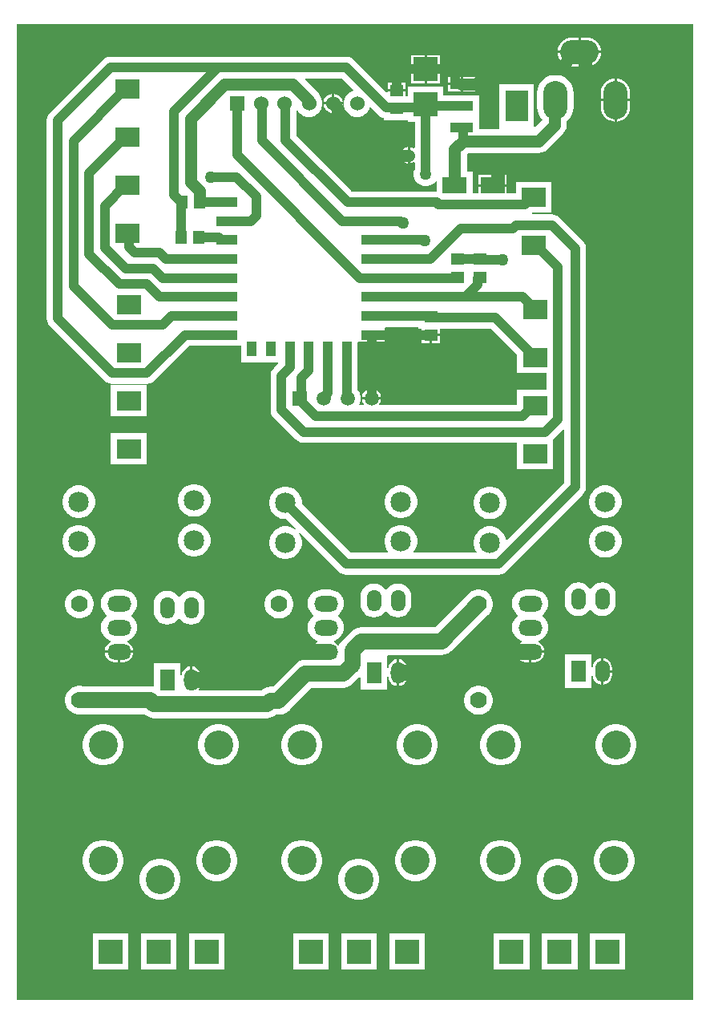
<source format=gtl>
G04*
G04 #@! TF.GenerationSoftware,Altium Limited,Altium Designer,24.3.1 (35)*
G04*
G04 Layer_Physical_Order=1*
G04 Layer_Color=255*
%FSAX25Y25*%
%MOIN*%
G70*
G04*
G04 #@! TF.SameCoordinates,734BC349-05AC-4729-8693-C9A60C11ED16*
G04*
G04*
G04 #@! TF.FilePolarity,Positive*
G04*
G01*
G75*
%ADD18R,0.09843X0.06693*%
%ADD19R,0.05512X0.04724*%
%ADD20R,0.04724X0.05512*%
%ADD21R,0.09449X0.12992*%
%ADD22R,0.09449X0.03937*%
%ADD23R,0.09843X0.09843*%
%ADD24R,0.03937X0.05906*%
%ADD25R,0.08858X0.03937*%
%ADD26C,0.04000*%
%ADD27C,0.06500*%
%ADD28C,0.05000*%
%ADD29C,0.05906*%
%ADD30R,0.05906X0.05906*%
%ADD31C,0.12000*%
%ADD32O,0.10000X0.06600*%
%ADD33R,0.09843X0.07874*%
%ADD34C,0.06000*%
%ADD35R,0.06000X0.06000*%
%ADD36C,0.07000*%
%ADD37C,0.08500*%
%ADD38R,0.06000X0.09000*%
%ADD39O,0.06000X0.09000*%
%ADD40R,0.09843X0.09843*%
%ADD41O,0.16000X0.10000*%
%ADD42O,0.10000X0.16000*%
%ADD43C,0.05000*%
G36*
X0284474Y0404500D02*
Y0003026D01*
X0003026D01*
X0003026Y0408474D01*
X0284474D01*
Y0404500D01*
D02*
G37*
%LPC*%
G36*
X0240000Y0403029D02*
X0237500D01*
Y0397500D01*
X0245980D01*
X0245913Y0398176D01*
X0245570Y0399307D01*
X0245013Y0400350D01*
X0244263Y0401263D01*
X0243350Y0402013D01*
X0242307Y0402570D01*
X0241176Y0402913D01*
X0240000Y0403029D01*
D02*
G37*
G36*
X0236500D02*
X0234000D01*
X0232824Y0402913D01*
X0231693Y0402570D01*
X0230650Y0402013D01*
X0229737Y0401263D01*
X0228987Y0400350D01*
X0228430Y0399307D01*
X0228087Y0398176D01*
X0228020Y0397500D01*
X0236500D01*
Y0403029D01*
D02*
G37*
G36*
X0245980Y0396500D02*
X0237500D01*
Y0390971D01*
X0240000D01*
X0241176Y0391087D01*
X0242307Y0391430D01*
X0243350Y0391987D01*
X0244263Y0392737D01*
X0245013Y0393651D01*
X0245570Y0394693D01*
X0245913Y0395824D01*
X0245980Y0396500D01*
D02*
G37*
G36*
X0236500D02*
X0228020D01*
X0228087Y0395824D01*
X0228430Y0394693D01*
X0228987Y0393651D01*
X0229737Y0392737D01*
X0230650Y0391987D01*
X0231693Y0391430D01*
X0232824Y0391087D01*
X0234000Y0390971D01*
X0236500D01*
Y0396500D01*
D02*
G37*
G36*
X0178921Y0395705D02*
X0173500D01*
Y0390283D01*
X0178921D01*
Y0395705D01*
D02*
G37*
G36*
X0172500D02*
X0167079D01*
Y0390283D01*
X0172500D01*
Y0395705D01*
D02*
G37*
G36*
X0193807Y0386524D02*
X0188583D01*
Y0384055D01*
X0193807D01*
Y0386524D01*
D02*
G37*
G36*
X0187583D02*
X0182358D01*
Y0384055D01*
X0187583D01*
Y0386524D01*
D02*
G37*
G36*
X0178921Y0389283D02*
X0173500D01*
Y0383862D01*
X0178921D01*
Y0389283D01*
D02*
G37*
G36*
X0172500D02*
X0167079D01*
Y0383862D01*
X0172500D01*
Y0389283D01*
D02*
G37*
G36*
X0164756Y0384362D02*
X0161500D01*
Y0381500D01*
X0164756D01*
Y0384362D01*
D02*
G37*
G36*
X0160500D02*
X0157244D01*
Y0381500D01*
X0160500D01*
Y0384362D01*
D02*
G37*
G36*
X0193807Y0383055D02*
X0188583D01*
Y0380587D01*
X0193807D01*
Y0383055D01*
D02*
G37*
G36*
X0187583D02*
X0182358D01*
Y0380587D01*
X0187583D01*
Y0383055D01*
D02*
G37*
G36*
X0252500Y0385980D02*
Y0377500D01*
X0258029D01*
Y0380000D01*
X0257913Y0381176D01*
X0257570Y0382307D01*
X0257013Y0383349D01*
X0256263Y0384263D01*
X0255349Y0385013D01*
X0254307Y0385570D01*
X0253176Y0385913D01*
X0252500Y0385980D01*
D02*
G37*
G36*
X0251500D02*
X0250824Y0385913D01*
X0249693Y0385570D01*
X0248651Y0385013D01*
X0247737Y0384263D01*
X0246987Y0383349D01*
X0246430Y0382307D01*
X0246087Y0381176D01*
X0245971Y0380000D01*
Y0377500D01*
X0251500D01*
Y0385980D01*
D02*
G37*
G36*
X0258029Y0376500D02*
X0252500D01*
Y0368020D01*
X0253176Y0368087D01*
X0254307Y0368430D01*
X0255349Y0368987D01*
X0256263Y0369737D01*
X0257013Y0370651D01*
X0257570Y0371693D01*
X0257913Y0372824D01*
X0258029Y0374000D01*
Y0376500D01*
D02*
G37*
G36*
X0251500D02*
X0245971D01*
Y0374000D01*
X0246087Y0372824D01*
X0246430Y0371693D01*
X0246987Y0370651D01*
X0247737Y0369737D01*
X0248651Y0368987D01*
X0249693Y0368430D01*
X0250824Y0368087D01*
X0251500Y0368020D01*
Y0376500D01*
D02*
G37*
G36*
X0206795Y0345847D02*
X0201374D01*
Y0342000D01*
X0206795D01*
Y0345847D01*
D02*
G37*
G36*
X0200374D02*
X0194953D01*
Y0342000D01*
X0200374D01*
Y0345847D01*
D02*
G37*
G36*
X0056921Y0258437D02*
X0042079D01*
Y0245563D01*
X0056921D01*
Y0258437D01*
D02*
G37*
G36*
Y0238437D02*
X0042079D01*
Y0225563D01*
X0056921D01*
Y0238437D01*
D02*
G37*
G36*
X0077420Y0217250D02*
X0076091D01*
X0074787Y0216991D01*
X0073558Y0216482D01*
X0072453Y0215743D01*
X0071512Y0214803D01*
X0070774Y0213697D01*
X0070265Y0212469D01*
X0070006Y0211165D01*
Y0209835D01*
X0070265Y0208531D01*
X0070774Y0207303D01*
X0071512Y0206197D01*
X0072453Y0205257D01*
X0073558Y0204518D01*
X0074787Y0204009D01*
X0076091Y0203750D01*
X0077420D01*
X0078724Y0204009D01*
X0079953Y0204518D01*
X0081058Y0205257D01*
X0081999Y0206197D01*
X0082737Y0207303D01*
X0083246Y0208531D01*
X0083505Y0209835D01*
Y0211165D01*
X0083246Y0212469D01*
X0082737Y0213697D01*
X0081999Y0214803D01*
X0081058Y0215743D01*
X0079953Y0216482D01*
X0078724Y0216991D01*
X0077420Y0217250D01*
D02*
G37*
G36*
X0248420Y0216750D02*
X0247091D01*
X0245787Y0216491D01*
X0244558Y0215982D01*
X0243453Y0215243D01*
X0242512Y0214303D01*
X0241774Y0213197D01*
X0241265Y0211969D01*
X0241005Y0210665D01*
Y0209335D01*
X0241265Y0208031D01*
X0241774Y0206803D01*
X0242512Y0205697D01*
X0243453Y0204757D01*
X0244558Y0204018D01*
X0245787Y0203509D01*
X0247091Y0203250D01*
X0248420D01*
X0249724Y0203509D01*
X0250953Y0204018D01*
X0252058Y0204757D01*
X0252999Y0205697D01*
X0253737Y0206803D01*
X0254246Y0208031D01*
X0254505Y0209335D01*
Y0210665D01*
X0254246Y0211969D01*
X0253737Y0213197D01*
X0252999Y0214303D01*
X0252058Y0215243D01*
X0250953Y0215982D01*
X0249724Y0216491D01*
X0248420Y0216750D01*
D02*
G37*
G36*
X0163420D02*
X0162091D01*
X0160787Y0216491D01*
X0159558Y0215982D01*
X0158453Y0215243D01*
X0157512Y0214303D01*
X0156774Y0213197D01*
X0156265Y0211969D01*
X0156006Y0210665D01*
Y0209335D01*
X0156265Y0208031D01*
X0156774Y0206803D01*
X0157512Y0205697D01*
X0158453Y0204757D01*
X0159558Y0204018D01*
X0160787Y0203509D01*
X0162091Y0203250D01*
X0163420D01*
X0164724Y0203509D01*
X0165953Y0204018D01*
X0167058Y0204757D01*
X0167999Y0205697D01*
X0168737Y0206803D01*
X0169246Y0208031D01*
X0169506Y0209335D01*
Y0210665D01*
X0169246Y0211969D01*
X0168737Y0213197D01*
X0167999Y0214303D01*
X0167058Y0215243D01*
X0165953Y0215982D01*
X0164724Y0216491D01*
X0163420Y0216750D01*
D02*
G37*
G36*
X0029420D02*
X0028091D01*
X0026787Y0216491D01*
X0025558Y0215982D01*
X0024453Y0215243D01*
X0023512Y0214303D01*
X0022774Y0213197D01*
X0022265Y0211969D01*
X0022005Y0210665D01*
Y0209335D01*
X0022265Y0208031D01*
X0022774Y0206803D01*
X0023512Y0205697D01*
X0024453Y0204757D01*
X0025558Y0204018D01*
X0026787Y0203509D01*
X0028091Y0203250D01*
X0029420D01*
X0030724Y0203509D01*
X0031953Y0204018D01*
X0033058Y0204757D01*
X0033999Y0205697D01*
X0034737Y0206803D01*
X0035246Y0208031D01*
X0035506Y0209335D01*
Y0210665D01*
X0035246Y0211969D01*
X0034737Y0213197D01*
X0033999Y0214303D01*
X0033058Y0215243D01*
X0031953Y0215982D01*
X0030724Y0216491D01*
X0029420Y0216750D01*
D02*
G37*
G36*
X0200420Y0216250D02*
X0199091D01*
X0197787Y0215991D01*
X0196558Y0215482D01*
X0195453Y0214743D01*
X0194512Y0213803D01*
X0193774Y0212697D01*
X0193265Y0211469D01*
X0193006Y0210165D01*
Y0208835D01*
X0193265Y0207531D01*
X0193774Y0206303D01*
X0194512Y0205197D01*
X0195453Y0204257D01*
X0196558Y0203518D01*
X0197787Y0203009D01*
X0199091Y0202750D01*
X0200420D01*
X0201724Y0203009D01*
X0202953Y0203518D01*
X0204058Y0204257D01*
X0204999Y0205197D01*
X0205737Y0206303D01*
X0206246Y0207531D01*
X0206505Y0208835D01*
Y0210165D01*
X0206246Y0211469D01*
X0205737Y0212697D01*
X0204999Y0213803D01*
X0204058Y0214743D01*
X0202953Y0215482D01*
X0201724Y0215991D01*
X0200420Y0216250D01*
D02*
G37*
G36*
X0140107Y0395039D02*
X0042000D01*
X0040825Y0394884D01*
X0039731Y0394431D01*
X0038791Y0393709D01*
X0016791Y0371709D01*
X0016069Y0370769D01*
X0015616Y0369675D01*
X0015461Y0368500D01*
Y0286278D01*
X0015616Y0285103D01*
X0016069Y0284008D01*
X0016791Y0283068D01*
X0039505Y0260353D01*
X0040445Y0259632D01*
X0041540Y0259179D01*
X0042715Y0259024D01*
X0057063D01*
X0058238Y0259179D01*
X0059332Y0259632D01*
X0060272Y0260353D01*
X0074758Y0274839D01*
X0090461D01*
X0090995Y0274909D01*
X0096327D01*
Y0268020D01*
X0111599D01*
X0111806Y0267520D01*
X0109838Y0265551D01*
X0109116Y0264611D01*
X0108663Y0263517D01*
X0108508Y0262342D01*
Y0248183D01*
X0108663Y0247009D01*
X0109116Y0245914D01*
X0109838Y0244974D01*
X0118974Y0235838D01*
X0119914Y0235117D01*
X0121009Y0234663D01*
X0122183Y0234508D01*
X0211079D01*
Y0223563D01*
X0225921D01*
Y0235755D01*
X0226029Y0235838D01*
X0230183Y0239992D01*
X0230288Y0239985D01*
X0230683Y0239815D01*
Y0217972D01*
X0206859Y0194148D01*
X0206381Y0194293D01*
X0206246Y0194969D01*
X0205737Y0196197D01*
X0204999Y0197303D01*
X0204058Y0198243D01*
X0202953Y0198982D01*
X0201724Y0199491D01*
X0200420Y0199750D01*
X0199091D01*
X0197787Y0199491D01*
X0196558Y0198982D01*
X0195453Y0198243D01*
X0194512Y0197303D01*
X0193774Y0196197D01*
X0193265Y0194969D01*
X0193006Y0193665D01*
Y0192335D01*
X0193265Y0191031D01*
X0193774Y0189803D01*
X0194157Y0189230D01*
X0193921Y0188789D01*
X0168219D01*
X0168060Y0189289D01*
X0168737Y0190303D01*
X0169246Y0191531D01*
X0169506Y0192835D01*
Y0194165D01*
X0169246Y0195469D01*
X0168737Y0196697D01*
X0167999Y0197803D01*
X0167058Y0198743D01*
X0165953Y0199482D01*
X0164724Y0199991D01*
X0163420Y0200250D01*
X0162091D01*
X0160787Y0199991D01*
X0159558Y0199482D01*
X0158453Y0198743D01*
X0157512Y0197803D01*
X0156774Y0196697D01*
X0156265Y0195469D01*
X0156006Y0194165D01*
Y0192835D01*
X0156265Y0191531D01*
X0156774Y0190303D01*
X0157451Y0189289D01*
X0157292Y0188789D01*
X0141886D01*
X0121505Y0209169D01*
Y0210165D01*
X0121246Y0211469D01*
X0120737Y0212697D01*
X0119999Y0213803D01*
X0119058Y0214743D01*
X0117953Y0215482D01*
X0116724Y0215991D01*
X0115420Y0216250D01*
X0114091D01*
X0112787Y0215991D01*
X0111558Y0215482D01*
X0110453Y0214743D01*
X0109512Y0213803D01*
X0108774Y0212697D01*
X0108265Y0211469D01*
X0108005Y0210165D01*
Y0208835D01*
X0108265Y0207531D01*
X0108774Y0206303D01*
X0109512Y0205197D01*
X0110453Y0204257D01*
X0111558Y0203518D01*
X0112787Y0203009D01*
X0114091Y0202750D01*
X0115087D01*
X0118859Y0198978D01*
X0118540Y0198589D01*
X0117953Y0198982D01*
X0116724Y0199491D01*
X0115420Y0199750D01*
X0114091D01*
X0112787Y0199491D01*
X0111558Y0198982D01*
X0110453Y0198243D01*
X0109512Y0197303D01*
X0108774Y0196197D01*
X0108265Y0194969D01*
X0108005Y0193665D01*
Y0192335D01*
X0108265Y0191031D01*
X0108774Y0189803D01*
X0109512Y0188697D01*
X0110453Y0187757D01*
X0111558Y0187018D01*
X0112787Y0186509D01*
X0114091Y0186250D01*
X0115420D01*
X0116724Y0186509D01*
X0117953Y0187018D01*
X0119058Y0187757D01*
X0119999Y0188697D01*
X0120737Y0189803D01*
X0121246Y0191031D01*
X0121505Y0192335D01*
Y0193665D01*
X0121246Y0194969D01*
X0120737Y0196197D01*
X0120345Y0196785D01*
X0120733Y0197104D01*
X0136796Y0181041D01*
X0137736Y0180319D01*
X0138831Y0179866D01*
X0140006Y0179711D01*
X0203380D01*
X0204555Y0179866D01*
X0205649Y0180319D01*
X0206589Y0181041D01*
X0238432Y0212883D01*
X0239153Y0213823D01*
X0239606Y0214918D01*
X0239761Y0216092D01*
X0239761Y0216092D01*
Y0315278D01*
X0239606Y0316453D01*
X0239153Y0317547D01*
X0238432Y0318487D01*
X0228709Y0328209D01*
X0227769Y0328931D01*
X0226675Y0329384D01*
X0225500Y0329539D01*
X0217610D01*
X0217353Y0330039D01*
X0217370Y0330063D01*
X0225421D01*
Y0342937D01*
X0210579D01*
Y0338192D01*
X0206795D01*
Y0341000D01*
X0200874D01*
X0194953D01*
Y0338192D01*
X0192547D01*
Y0347346D01*
X0190169D01*
Y0354537D01*
X0190589Y0354957D01*
X0220000D01*
X0221305Y0355129D01*
X0222522Y0355632D01*
X0223566Y0356434D01*
X0230227Y0363095D01*
X0231029Y0364140D01*
X0231533Y0365356D01*
X0231704Y0366661D01*
Y0368158D01*
X0232329Y0368671D01*
X0233266Y0369813D01*
X0233963Y0371116D01*
X0234391Y0372530D01*
X0234536Y0374000D01*
Y0380000D01*
X0234391Y0381470D01*
X0233963Y0382884D01*
X0233266Y0384187D01*
X0232329Y0385329D01*
X0231187Y0386266D01*
X0229884Y0386963D01*
X0228470Y0387391D01*
X0227000Y0387536D01*
X0225530Y0387391D01*
X0224116Y0386963D01*
X0222813Y0386266D01*
X0221671Y0385329D01*
X0220734Y0384187D01*
X0220037Y0382884D01*
X0219608Y0381470D01*
X0219464Y0380000D01*
Y0374000D01*
X0219608Y0372530D01*
X0220037Y0371116D01*
X0220734Y0369813D01*
X0221611Y0368744D01*
X0218642Y0365774D01*
X0218142Y0365981D01*
Y0383496D01*
X0203693D01*
Y0365543D01*
X0203693Y0365504D01*
X0203598Y0365043D01*
X0195307D01*
Y0369531D01*
X0195307Y0369913D01*
X0195307D01*
Y0370031D01*
X0195307D01*
Y0378969D01*
X0188617D01*
X0188083Y0379039D01*
X0180421D01*
Y0382638D01*
X0165579D01*
Y0378421D01*
X0164756D01*
Y0380500D01*
X0161000D01*
X0157244D01*
Y0380346D01*
X0156782Y0380155D01*
X0155623Y0381314D01*
X0155331Y0381695D01*
X0143316Y0393709D01*
X0142376Y0394431D01*
X0141281Y0394884D01*
X0140107Y0395039D01*
D02*
G37*
G36*
X0077420Y0200750D02*
X0076091D01*
X0074787Y0200491D01*
X0073558Y0199982D01*
X0072453Y0199243D01*
X0071512Y0198303D01*
X0070774Y0197197D01*
X0070265Y0195969D01*
X0070006Y0194665D01*
Y0193335D01*
X0070265Y0192031D01*
X0070774Y0190803D01*
X0071512Y0189697D01*
X0072453Y0188757D01*
X0073558Y0188018D01*
X0074787Y0187509D01*
X0076091Y0187250D01*
X0077420D01*
X0078724Y0187509D01*
X0079953Y0188018D01*
X0081058Y0188757D01*
X0081999Y0189697D01*
X0082737Y0190803D01*
X0083246Y0192031D01*
X0083505Y0193335D01*
Y0194665D01*
X0083246Y0195969D01*
X0082737Y0197197D01*
X0081999Y0198303D01*
X0081058Y0199243D01*
X0079953Y0199982D01*
X0078724Y0200491D01*
X0077420Y0200750D01*
D02*
G37*
G36*
X0248420Y0200250D02*
X0247091D01*
X0245787Y0199991D01*
X0244558Y0199482D01*
X0243453Y0198743D01*
X0242512Y0197803D01*
X0241774Y0196697D01*
X0241265Y0195469D01*
X0241005Y0194165D01*
Y0192835D01*
X0241265Y0191531D01*
X0241774Y0190303D01*
X0242512Y0189197D01*
X0243453Y0188257D01*
X0244558Y0187518D01*
X0245787Y0187009D01*
X0247091Y0186750D01*
X0248420D01*
X0249724Y0187009D01*
X0250953Y0187518D01*
X0252058Y0188257D01*
X0252999Y0189197D01*
X0253737Y0190303D01*
X0254246Y0191531D01*
X0254505Y0192835D01*
Y0194165D01*
X0254246Y0195469D01*
X0253737Y0196697D01*
X0252999Y0197803D01*
X0252058Y0198743D01*
X0250953Y0199482D01*
X0249724Y0199991D01*
X0248420Y0200250D01*
D02*
G37*
G36*
X0029420D02*
X0028091D01*
X0026787Y0199991D01*
X0025558Y0199482D01*
X0024453Y0198743D01*
X0023512Y0197803D01*
X0022774Y0196697D01*
X0022265Y0195469D01*
X0022005Y0194165D01*
Y0192835D01*
X0022265Y0191531D01*
X0022774Y0190303D01*
X0023512Y0189197D01*
X0024453Y0188257D01*
X0025558Y0187518D01*
X0026787Y0187009D01*
X0028091Y0186750D01*
X0029420D01*
X0030724Y0187009D01*
X0031953Y0187518D01*
X0033058Y0188257D01*
X0033999Y0189197D01*
X0034737Y0190303D01*
X0035246Y0191531D01*
X0035506Y0192835D01*
Y0194165D01*
X0035246Y0195469D01*
X0034737Y0196697D01*
X0033999Y0197803D01*
X0033058Y0198743D01*
X0031953Y0199482D01*
X0030724Y0199991D01*
X0029420Y0200250D01*
D02*
G37*
G36*
X0246500Y0176548D02*
X0245064Y0176358D01*
X0243726Y0175804D01*
X0242577Y0174923D01*
X0241793Y0173900D01*
X0241627Y0173857D01*
X0241373D01*
X0241207Y0173900D01*
X0240423Y0174923D01*
X0239274Y0175804D01*
X0237936Y0176358D01*
X0236500Y0176548D01*
X0235064Y0176358D01*
X0233726Y0175804D01*
X0232577Y0174923D01*
X0231696Y0173774D01*
X0231142Y0172436D01*
X0230953Y0171000D01*
Y0168000D01*
X0231142Y0166564D01*
X0231696Y0165226D01*
X0232577Y0164077D01*
X0233726Y0163196D01*
X0235064Y0162642D01*
X0236500Y0162452D01*
X0237936Y0162642D01*
X0239274Y0163196D01*
X0240423Y0164077D01*
X0241207Y0165100D01*
X0241373Y0165143D01*
X0241627D01*
X0241793Y0165100D01*
X0242577Y0164077D01*
X0243726Y0163196D01*
X0245064Y0162642D01*
X0246500Y0162452D01*
X0247936Y0162642D01*
X0249274Y0163196D01*
X0250423Y0164077D01*
X0251304Y0165226D01*
X0251858Y0166564D01*
X0252047Y0168000D01*
Y0171000D01*
X0251858Y0172436D01*
X0251304Y0173774D01*
X0250423Y0174923D01*
X0249274Y0175804D01*
X0247936Y0176358D01*
X0246500Y0176548D01*
D02*
G37*
G36*
X0161500Y0176048D02*
X0160064Y0175858D01*
X0158726Y0175304D01*
X0157577Y0174423D01*
X0156793Y0173400D01*
X0156627Y0173357D01*
X0156373D01*
X0156207Y0173400D01*
X0155423Y0174423D01*
X0154274Y0175304D01*
X0152936Y0175858D01*
X0151500Y0176048D01*
X0150064Y0175858D01*
X0148726Y0175304D01*
X0147577Y0174423D01*
X0146696Y0173274D01*
X0146142Y0171936D01*
X0145952Y0170500D01*
Y0167500D01*
X0146142Y0166064D01*
X0146696Y0164726D01*
X0147577Y0163577D01*
X0148726Y0162696D01*
X0150064Y0162142D01*
X0151500Y0161952D01*
X0152936Y0162142D01*
X0154274Y0162696D01*
X0155423Y0163577D01*
X0156207Y0164600D01*
X0156373Y0164643D01*
X0156627D01*
X0156793Y0164600D01*
X0157577Y0163577D01*
X0158726Y0162696D01*
X0160064Y0162142D01*
X0161500Y0161952D01*
X0162936Y0162142D01*
X0164274Y0162696D01*
X0165423Y0163577D01*
X0166304Y0164726D01*
X0166858Y0166064D01*
X0167048Y0167500D01*
Y0170500D01*
X0166858Y0171936D01*
X0166304Y0173274D01*
X0165423Y0174423D01*
X0164274Y0175304D01*
X0162936Y0175858D01*
X0161500Y0176048D01*
D02*
G37*
G36*
X0075500Y0173047D02*
X0074064Y0172858D01*
X0072726Y0172304D01*
X0071577Y0171423D01*
X0070793Y0170400D01*
X0070627Y0170358D01*
X0070373D01*
X0070207Y0170400D01*
X0069423Y0171423D01*
X0068274Y0172304D01*
X0066936Y0172858D01*
X0065500Y0173047D01*
X0064064Y0172858D01*
X0062726Y0172304D01*
X0061577Y0171423D01*
X0060696Y0170274D01*
X0060142Y0168936D01*
X0059952Y0167500D01*
Y0164500D01*
X0060142Y0163064D01*
X0060696Y0161726D01*
X0061577Y0160577D01*
X0062726Y0159696D01*
X0064064Y0159142D01*
X0065500Y0158952D01*
X0066936Y0159142D01*
X0068274Y0159696D01*
X0069423Y0160577D01*
X0070207Y0161600D01*
X0070373Y0161643D01*
X0070627D01*
X0070793Y0161600D01*
X0071577Y0160577D01*
X0072726Y0159696D01*
X0074064Y0159142D01*
X0075500Y0158952D01*
X0076936Y0159142D01*
X0078274Y0159696D01*
X0079423Y0160577D01*
X0080304Y0161726D01*
X0080858Y0163064D01*
X0081047Y0164500D01*
Y0167500D01*
X0080858Y0168936D01*
X0080304Y0170274D01*
X0079423Y0171423D01*
X0078274Y0172304D01*
X0076936Y0172858D01*
X0075500Y0173047D01*
D02*
G37*
G36*
X0029591Y0173500D02*
X0028409D01*
X0027250Y0173269D01*
X0026158Y0172817D01*
X0025175Y0172160D01*
X0024340Y0171325D01*
X0023683Y0170342D01*
X0023231Y0169250D01*
X0023000Y0168091D01*
Y0166909D01*
X0023231Y0165750D01*
X0023683Y0164658D01*
X0024340Y0163675D01*
X0025175Y0162839D01*
X0026158Y0162183D01*
X0027250Y0161731D01*
X0028409Y0161500D01*
X0029591D01*
X0030750Y0161731D01*
X0031842Y0162183D01*
X0032825Y0162839D01*
X0033661Y0163675D01*
X0034317Y0164658D01*
X0034769Y0165750D01*
X0035000Y0166909D01*
Y0168091D01*
X0034769Y0169250D01*
X0034317Y0170342D01*
X0033661Y0171325D01*
X0032825Y0172160D01*
X0031842Y0172817D01*
X0030750Y0173269D01*
X0029591Y0173500D01*
D02*
G37*
G36*
X0112591Y0173450D02*
X0111409D01*
X0110250Y0173219D01*
X0109158Y0172767D01*
X0108175Y0172110D01*
X0107340Y0171275D01*
X0106683Y0170292D01*
X0106231Y0169200D01*
X0106000Y0168041D01*
Y0166859D01*
X0106231Y0165700D01*
X0106683Y0164608D01*
X0107340Y0163625D01*
X0108175Y0162789D01*
X0109158Y0162133D01*
X0110250Y0161681D01*
X0111409Y0161450D01*
X0112591D01*
X0113750Y0161681D01*
X0114842Y0162133D01*
X0115825Y0162789D01*
X0116660Y0163625D01*
X0117317Y0164608D01*
X0117769Y0165700D01*
X0118000Y0166859D01*
Y0168041D01*
X0117769Y0169200D01*
X0117317Y0170292D01*
X0116660Y0171275D01*
X0115825Y0172110D01*
X0114842Y0172767D01*
X0113750Y0173219D01*
X0112591Y0173450D01*
D02*
G37*
G36*
X0218200Y0173478D02*
X0214800D01*
X0213663Y0173366D01*
X0212570Y0173034D01*
X0211562Y0172496D01*
X0210679Y0171771D01*
X0209954Y0170888D01*
X0209416Y0169880D01*
X0209084Y0168787D01*
X0208972Y0167650D01*
X0209084Y0166513D01*
X0209416Y0165420D01*
X0209954Y0164412D01*
X0210679Y0163529D01*
X0211371Y0162961D01*
X0211407Y0162874D01*
Y0162426D01*
X0211371Y0162339D01*
X0210679Y0161771D01*
X0209954Y0160888D01*
X0209416Y0159880D01*
X0209084Y0158787D01*
X0208972Y0157650D01*
X0209084Y0156513D01*
X0209416Y0155420D01*
X0209954Y0154412D01*
X0210679Y0153529D01*
X0211562Y0152804D01*
X0212570Y0152266D01*
X0213049Y0152120D01*
X0213075Y0151590D01*
X0212631Y0151406D01*
X0211733Y0150717D01*
X0211044Y0149819D01*
X0210611Y0148773D01*
X0210529Y0148150D01*
X0216500D01*
X0222471D01*
X0222389Y0148773D01*
X0221956Y0149819D01*
X0221267Y0150717D01*
X0220369Y0151406D01*
X0219925Y0151590D01*
X0219951Y0152120D01*
X0220430Y0152266D01*
X0221438Y0152804D01*
X0222321Y0153529D01*
X0223046Y0154412D01*
X0223584Y0155420D01*
X0223916Y0156513D01*
X0224028Y0157650D01*
X0223916Y0158787D01*
X0223584Y0159880D01*
X0223046Y0160888D01*
X0222321Y0161771D01*
X0221629Y0162339D01*
X0221593Y0162426D01*
Y0162874D01*
X0221629Y0162961D01*
X0222321Y0163529D01*
X0223046Y0164412D01*
X0223584Y0165420D01*
X0223916Y0166513D01*
X0224028Y0167650D01*
X0223916Y0168787D01*
X0223584Y0169880D01*
X0223046Y0170888D01*
X0222321Y0171771D01*
X0221438Y0172496D01*
X0220430Y0173034D01*
X0219337Y0173366D01*
X0218200Y0173478D01*
D02*
G37*
G36*
X0047200D02*
X0043800D01*
X0042663Y0173366D01*
X0041570Y0173034D01*
X0040562Y0172496D01*
X0039679Y0171771D01*
X0038954Y0170888D01*
X0038416Y0169880D01*
X0038084Y0168787D01*
X0037972Y0167650D01*
X0038084Y0166513D01*
X0038416Y0165420D01*
X0038954Y0164412D01*
X0039679Y0163529D01*
X0040371Y0162961D01*
X0040407Y0162874D01*
Y0162426D01*
X0040371Y0162339D01*
X0039679Y0161771D01*
X0038954Y0160888D01*
X0038416Y0159880D01*
X0038084Y0158787D01*
X0037972Y0157650D01*
X0038084Y0156513D01*
X0038416Y0155420D01*
X0038954Y0154412D01*
X0039679Y0153529D01*
X0040562Y0152804D01*
X0041570Y0152266D01*
X0042049Y0152120D01*
X0042075Y0151590D01*
X0041631Y0151406D01*
X0040733Y0150717D01*
X0040044Y0149819D01*
X0039611Y0148773D01*
X0039529Y0148150D01*
X0045500D01*
X0051471D01*
X0051389Y0148773D01*
X0050956Y0149819D01*
X0050267Y0150717D01*
X0049369Y0151406D01*
X0048925Y0151590D01*
X0048951Y0152120D01*
X0049430Y0152266D01*
X0050438Y0152804D01*
X0051321Y0153529D01*
X0052046Y0154412D01*
X0052584Y0155420D01*
X0052916Y0156513D01*
X0053028Y0157650D01*
X0052916Y0158787D01*
X0052584Y0159880D01*
X0052046Y0160888D01*
X0051321Y0161771D01*
X0050629Y0162339D01*
X0050593Y0162426D01*
Y0162874D01*
X0050629Y0162961D01*
X0051321Y0163529D01*
X0052046Y0164412D01*
X0052584Y0165420D01*
X0052916Y0166513D01*
X0053028Y0167650D01*
X0052916Y0168787D01*
X0052584Y0169880D01*
X0052046Y0170888D01*
X0051321Y0171771D01*
X0050438Y0172496D01*
X0049430Y0173034D01*
X0048337Y0173366D01*
X0047200Y0173478D01*
D02*
G37*
G36*
X0222471Y0147150D02*
X0217000D01*
Y0143313D01*
X0218200D01*
X0219322Y0143461D01*
X0220369Y0143894D01*
X0221267Y0144583D01*
X0221956Y0145481D01*
X0222389Y0146528D01*
X0222471Y0147150D01*
D02*
G37*
G36*
X0216000D02*
X0210529D01*
X0210611Y0146528D01*
X0211044Y0145481D01*
X0211733Y0144583D01*
X0212631Y0143894D01*
X0213678Y0143461D01*
X0214800Y0143313D01*
X0216000D01*
Y0147150D01*
D02*
G37*
G36*
X0051471D02*
X0046000D01*
Y0143313D01*
X0047200D01*
X0048322Y0143461D01*
X0049369Y0143894D01*
X0050267Y0144583D01*
X0050956Y0145481D01*
X0051389Y0146528D01*
X0051471Y0147150D01*
D02*
G37*
G36*
X0045000D02*
X0039529D01*
X0039611Y0146528D01*
X0040044Y0145481D01*
X0040733Y0144583D01*
X0041631Y0143894D01*
X0042678Y0143461D01*
X0043800Y0143313D01*
X0045000D01*
Y0147150D01*
D02*
G37*
G36*
X0247000Y0144969D02*
Y0140000D01*
X0250535D01*
Y0141000D01*
X0250397Y0142044D01*
X0249994Y0143017D01*
X0249353Y0143853D01*
X0248517Y0144494D01*
X0247544Y0144897D01*
X0247000Y0144969D01*
D02*
G37*
G36*
X0162000Y0144469D02*
Y0139500D01*
X0165534D01*
Y0140500D01*
X0165397Y0141544D01*
X0164994Y0142517D01*
X0164353Y0143353D01*
X0163517Y0143994D01*
X0162544Y0144397D01*
X0162000Y0144469D01*
D02*
G37*
G36*
X0076000Y0141469D02*
Y0136500D01*
X0079535D01*
Y0137500D01*
X0079397Y0138544D01*
X0078994Y0139517D01*
X0078353Y0140353D01*
X0077517Y0140994D01*
X0076544Y0141397D01*
X0076000Y0141469D01*
D02*
G37*
G36*
X0250535Y0139000D02*
X0247000D01*
Y0134031D01*
X0247544Y0134103D01*
X0248517Y0134506D01*
X0249353Y0135147D01*
X0249994Y0135983D01*
X0250397Y0136956D01*
X0250535Y0138000D01*
Y0139000D01*
D02*
G37*
G36*
X0242000Y0146500D02*
X0231000D01*
Y0132500D01*
X0242000D01*
Y0137705D01*
X0242500Y0137738D01*
X0242603Y0136956D01*
X0243006Y0135983D01*
X0243647Y0135147D01*
X0244483Y0134506D01*
X0245456Y0134103D01*
X0246000Y0134031D01*
Y0139500D01*
Y0144969D01*
X0245456Y0144897D01*
X0244483Y0144494D01*
X0243647Y0143853D01*
X0243006Y0143017D01*
X0242603Y0142044D01*
X0242500Y0141262D01*
X0242000Y0141295D01*
Y0146500D01*
D02*
G37*
G36*
X0165534Y0138500D02*
X0162000D01*
Y0133531D01*
X0162544Y0133603D01*
X0163517Y0134006D01*
X0164353Y0134647D01*
X0164994Y0135483D01*
X0165397Y0136456D01*
X0165534Y0137500D01*
Y0138500D01*
D02*
G37*
G36*
X0133200Y0173478D02*
X0129800D01*
X0128663Y0173366D01*
X0127570Y0173034D01*
X0126562Y0172496D01*
X0125679Y0171771D01*
X0124954Y0170888D01*
X0124416Y0169880D01*
X0124084Y0168787D01*
X0123972Y0167650D01*
X0124084Y0166513D01*
X0124416Y0165420D01*
X0124954Y0164412D01*
X0125679Y0163529D01*
X0126371Y0162961D01*
X0126407Y0162874D01*
Y0162426D01*
X0126371Y0162339D01*
X0125679Y0161771D01*
X0124954Y0160888D01*
X0124416Y0159880D01*
X0124084Y0158787D01*
X0123972Y0157650D01*
X0124084Y0156513D01*
X0124416Y0155420D01*
X0124954Y0154412D01*
X0125679Y0153529D01*
X0126562Y0152804D01*
X0127570Y0152266D01*
X0128049Y0152120D01*
X0128075Y0151590D01*
X0127631Y0151406D01*
X0126733Y0150717D01*
X0126044Y0149819D01*
X0125611Y0148773D01*
X0125529Y0148150D01*
X0131500D01*
Y0147150D01*
X0125529D01*
X0125611Y0146528D01*
X0126044Y0145481D01*
X0126567Y0144800D01*
X0126321Y0144300D01*
X0123050D01*
X0121549Y0144102D01*
X0120150Y0143523D01*
X0118949Y0142601D01*
X0109502Y0133154D01*
X0108551D01*
X0107050Y0132956D01*
X0105651Y0132377D01*
X0104573Y0131550D01*
X0078908D01*
X0078662Y0132050D01*
X0078994Y0132483D01*
X0079397Y0133456D01*
X0079535Y0134500D01*
Y0135500D01*
X0075500D01*
Y0136000D01*
X0075000D01*
Y0141469D01*
X0074456Y0141397D01*
X0073483Y0140994D01*
X0072647Y0140353D01*
X0072006Y0139517D01*
X0071603Y0138544D01*
X0071500Y0137762D01*
X0071000Y0137795D01*
Y0143000D01*
X0060000D01*
Y0133560D01*
X0059500Y0133151D01*
X0058368Y0133300D01*
X0030598D01*
X0029591Y0133500D01*
X0028409D01*
X0027250Y0133269D01*
X0026158Y0132817D01*
X0025175Y0132160D01*
X0024340Y0131325D01*
X0023683Y0130342D01*
X0023231Y0129250D01*
X0023000Y0128091D01*
Y0126909D01*
X0023231Y0125750D01*
X0023683Y0124658D01*
X0024340Y0123675D01*
X0025175Y0122839D01*
X0026158Y0122183D01*
X0027250Y0121731D01*
X0028409Y0121500D01*
X0029591D01*
X0030598Y0121700D01*
X0055966D01*
X0056017Y0121649D01*
X0057218Y0120727D01*
X0058617Y0120148D01*
X0060118Y0119950D01*
X0106947D01*
X0108448Y0120148D01*
X0109846Y0120727D01*
X0110916Y0121548D01*
X0111409Y0121450D01*
X0112591D01*
X0113750Y0121681D01*
X0114842Y0122133D01*
X0115825Y0122790D01*
X0116660Y0123625D01*
X0117231Y0124479D01*
X0125452Y0132700D01*
X0138692D01*
X0140193Y0132898D01*
X0141592Y0133477D01*
X0142793Y0134399D01*
X0145538Y0137144D01*
X0146000Y0136952D01*
Y0132000D01*
X0157000D01*
Y0137205D01*
X0157500Y0137238D01*
X0157603Y0136456D01*
X0158006Y0135483D01*
X0158647Y0134647D01*
X0159483Y0134006D01*
X0160456Y0133603D01*
X0161000Y0133531D01*
Y0139000D01*
Y0144469D01*
X0160456Y0144397D01*
X0159483Y0143994D01*
X0158647Y0143353D01*
X0158006Y0142517D01*
X0157603Y0141544D01*
X0157500Y0140762D01*
X0157000Y0140795D01*
Y0146000D01*
X0157417Y0146200D01*
X0179550D01*
X0181051Y0146398D01*
X0182450Y0146977D01*
X0183651Y0147899D01*
X0197971Y0162219D01*
X0198825Y0162789D01*
X0199661Y0163625D01*
X0200317Y0164608D01*
X0200769Y0165700D01*
X0201000Y0166859D01*
Y0168041D01*
X0200769Y0169200D01*
X0200317Y0170292D01*
X0199661Y0171275D01*
X0198825Y0172110D01*
X0197842Y0172767D01*
X0196750Y0173219D01*
X0195591Y0173450D01*
X0194409D01*
X0193250Y0173219D01*
X0192158Y0172767D01*
X0191175Y0172110D01*
X0190340Y0171275D01*
X0189769Y0170421D01*
X0177148Y0157800D01*
X0146308D01*
X0144807Y0157602D01*
X0143408Y0157023D01*
X0142207Y0156101D01*
X0138399Y0152293D01*
X0137477Y0151092D01*
X0137143Y0150286D01*
X0136648Y0150221D01*
X0136267Y0150717D01*
X0135369Y0151406D01*
X0134925Y0151590D01*
X0134951Y0152120D01*
X0135430Y0152266D01*
X0136438Y0152804D01*
X0137321Y0153529D01*
X0138046Y0154412D01*
X0138584Y0155420D01*
X0138916Y0156513D01*
X0139028Y0157650D01*
X0138916Y0158787D01*
X0138584Y0159880D01*
X0138046Y0160888D01*
X0137321Y0161771D01*
X0136629Y0162339D01*
X0136593Y0162426D01*
Y0162874D01*
X0136629Y0162961D01*
X0137321Y0163529D01*
X0138046Y0164412D01*
X0138584Y0165420D01*
X0138916Y0166513D01*
X0139028Y0167650D01*
X0138916Y0168787D01*
X0138584Y0169880D01*
X0138046Y0170888D01*
X0137321Y0171771D01*
X0136438Y0172496D01*
X0135430Y0173034D01*
X0134337Y0173366D01*
X0133200Y0173478D01*
D02*
G37*
G36*
X0195591Y0133450D02*
X0194409D01*
X0193250Y0133219D01*
X0192158Y0132767D01*
X0191175Y0132111D01*
X0190340Y0131275D01*
X0189683Y0130292D01*
X0189231Y0129200D01*
X0189000Y0128041D01*
Y0126859D01*
X0189231Y0125700D01*
X0189683Y0124608D01*
X0190340Y0123625D01*
X0191175Y0122790D01*
X0192158Y0122133D01*
X0193250Y0121681D01*
X0194409Y0121450D01*
X0195591D01*
X0196750Y0121681D01*
X0197842Y0122133D01*
X0198825Y0122790D01*
X0199661Y0123625D01*
X0200317Y0124608D01*
X0200769Y0125700D01*
X0201000Y0126859D01*
Y0128041D01*
X0200769Y0129200D01*
X0200317Y0130292D01*
X0199661Y0131275D01*
X0198825Y0132111D01*
X0197842Y0132767D01*
X0196750Y0133219D01*
X0195591Y0133450D01*
D02*
G37*
G36*
X0253065Y0117405D02*
X0251391D01*
X0249749Y0117079D01*
X0248202Y0116438D01*
X0246810Y0115508D01*
X0245626Y0114324D01*
X0244695Y0112932D01*
X0244055Y0111385D01*
X0243728Y0109743D01*
Y0108068D01*
X0244055Y0106426D01*
X0244695Y0104879D01*
X0245626Y0103487D01*
X0246810Y0102303D01*
X0248202Y0101373D01*
X0249749Y0100732D01*
X0251391Y0100406D01*
X0253065D01*
X0254707Y0100732D01*
X0256254Y0101373D01*
X0257646Y0102303D01*
X0258830Y0103487D01*
X0259761Y0104879D01*
X0260401Y0106426D01*
X0260728Y0108068D01*
Y0109743D01*
X0260401Y0111385D01*
X0259761Y0112932D01*
X0258830Y0114324D01*
X0257646Y0115508D01*
X0256254Y0116438D01*
X0254707Y0117079D01*
X0253065Y0117405D01*
D02*
G37*
G36*
X0205065D02*
X0203391D01*
X0201749Y0117079D01*
X0200202Y0116438D01*
X0198810Y0115508D01*
X0197626Y0114324D01*
X0196695Y0112932D01*
X0196055Y0111385D01*
X0195728Y0109743D01*
Y0108068D01*
X0196055Y0106426D01*
X0196695Y0104879D01*
X0197626Y0103487D01*
X0198810Y0102303D01*
X0200202Y0101373D01*
X0201749Y0100732D01*
X0203391Y0100406D01*
X0205065D01*
X0206707Y0100732D01*
X0208254Y0101373D01*
X0209646Y0102303D01*
X0210830Y0103487D01*
X0211761Y0104879D01*
X0212401Y0106426D01*
X0212728Y0108068D01*
Y0109743D01*
X0212401Y0111385D01*
X0211761Y0112932D01*
X0210830Y0114324D01*
X0209646Y0115508D01*
X0208254Y0116438D01*
X0206707Y0117079D01*
X0205065Y0117405D01*
D02*
G37*
G36*
X0170390D02*
X0168716D01*
X0167074Y0117079D01*
X0165527Y0116438D01*
X0164135Y0115508D01*
X0162951Y0114324D01*
X0162020Y0112932D01*
X0161380Y0111385D01*
X0161053Y0109743D01*
Y0108068D01*
X0161380Y0106426D01*
X0162020Y0104879D01*
X0162951Y0103487D01*
X0164135Y0102303D01*
X0165527Y0101373D01*
X0167074Y0100732D01*
X0168716Y0100406D01*
X0170390D01*
X0172032Y0100732D01*
X0173579Y0101373D01*
X0174971Y0102303D01*
X0176155Y0103487D01*
X0177085Y0104879D01*
X0177726Y0106426D01*
X0178053Y0108068D01*
Y0109743D01*
X0177726Y0111385D01*
X0177085Y0112932D01*
X0176155Y0114324D01*
X0174971Y0115508D01*
X0173579Y0116438D01*
X0172032Y0117079D01*
X0170390Y0117405D01*
D02*
G37*
G36*
X0122390D02*
X0120716D01*
X0119074Y0117079D01*
X0117527Y0116438D01*
X0116135Y0115508D01*
X0114951Y0114324D01*
X0114020Y0112932D01*
X0113380Y0111385D01*
X0113053Y0109743D01*
Y0108068D01*
X0113380Y0106426D01*
X0114020Y0104879D01*
X0114951Y0103487D01*
X0116135Y0102303D01*
X0117527Y0101373D01*
X0119074Y0100732D01*
X0120716Y0100406D01*
X0122390D01*
X0124032Y0100732D01*
X0125579Y0101373D01*
X0126971Y0102303D01*
X0128155Y0103487D01*
X0129086Y0104879D01*
X0129726Y0106426D01*
X0130053Y0108068D01*
Y0109743D01*
X0129726Y0111385D01*
X0129086Y0112932D01*
X0128155Y0114324D01*
X0126971Y0115508D01*
X0125579Y0116438D01*
X0124032Y0117079D01*
X0122390Y0117405D01*
D02*
G37*
G36*
X0087715D02*
X0086041D01*
X0084399Y0117079D01*
X0082852Y0116438D01*
X0081459Y0115508D01*
X0080276Y0114324D01*
X0079345Y0112932D01*
X0078705Y0111385D01*
X0078378Y0109743D01*
Y0108068D01*
X0078705Y0106426D01*
X0079345Y0104879D01*
X0080276Y0103487D01*
X0081459Y0102303D01*
X0082852Y0101373D01*
X0084399Y0100732D01*
X0086041Y0100406D01*
X0087715D01*
X0089357Y0100732D01*
X0090904Y0101373D01*
X0092296Y0102303D01*
X0093480Y0103487D01*
X0094411Y0104879D01*
X0095051Y0106426D01*
X0095378Y0108068D01*
Y0109743D01*
X0095051Y0111385D01*
X0094411Y0112932D01*
X0093480Y0114324D01*
X0092296Y0115508D01*
X0090904Y0116438D01*
X0089357Y0117079D01*
X0087715Y0117405D01*
D02*
G37*
G36*
X0039715D02*
X0038041D01*
X0036399Y0117079D01*
X0034852Y0116438D01*
X0033459Y0115508D01*
X0032276Y0114324D01*
X0031345Y0112932D01*
X0030705Y0111385D01*
X0030378Y0109743D01*
Y0108068D01*
X0030705Y0106426D01*
X0031345Y0104879D01*
X0032276Y0103487D01*
X0033459Y0102303D01*
X0034852Y0101373D01*
X0036399Y0100732D01*
X0038041Y0100406D01*
X0039715D01*
X0041357Y0100732D01*
X0042904Y0101373D01*
X0044296Y0102303D01*
X0045480Y0103487D01*
X0046411Y0104879D01*
X0047051Y0106426D01*
X0047378Y0108068D01*
Y0109743D01*
X0047051Y0111385D01*
X0046411Y0112932D01*
X0045480Y0114324D01*
X0044296Y0115508D01*
X0042904Y0116438D01*
X0041357Y0117079D01*
X0039715Y0117405D01*
D02*
G37*
G36*
X0252309Y0069374D02*
X0250635D01*
X0248993Y0069047D01*
X0247446Y0068407D01*
X0246054Y0067476D01*
X0244870Y0066293D01*
X0243939Y0064900D01*
X0243299Y0063353D01*
X0242972Y0061711D01*
Y0060037D01*
X0243299Y0058395D01*
X0243939Y0056848D01*
X0244870Y0055456D01*
X0246054Y0054272D01*
X0247446Y0053341D01*
X0248993Y0052701D01*
X0250635Y0052374D01*
X0252309D01*
X0253951Y0052701D01*
X0255498Y0053341D01*
X0256891Y0054272D01*
X0258074Y0055456D01*
X0259005Y0056848D01*
X0259645Y0058395D01*
X0259972Y0060037D01*
Y0061711D01*
X0259645Y0063353D01*
X0259005Y0064900D01*
X0258074Y0066293D01*
X0256891Y0067476D01*
X0255498Y0068407D01*
X0253951Y0069047D01*
X0252309Y0069374D01*
D02*
G37*
G36*
X0205065D02*
X0203391D01*
X0201749Y0069047D01*
X0200202Y0068407D01*
X0198810Y0067476D01*
X0197626Y0066293D01*
X0196695Y0064900D01*
X0196055Y0063353D01*
X0195728Y0061711D01*
Y0060037D01*
X0196055Y0058395D01*
X0196695Y0056848D01*
X0197626Y0055456D01*
X0198810Y0054272D01*
X0200202Y0053341D01*
X0201749Y0052701D01*
X0203391Y0052374D01*
X0205065D01*
X0206707Y0052701D01*
X0208254Y0053341D01*
X0209646Y0054272D01*
X0210830Y0055456D01*
X0211761Y0056848D01*
X0212401Y0058395D01*
X0212728Y0060037D01*
Y0061711D01*
X0212401Y0063353D01*
X0211761Y0064900D01*
X0210830Y0066293D01*
X0209646Y0067476D01*
X0208254Y0068407D01*
X0206707Y0069047D01*
X0205065Y0069374D01*
D02*
G37*
G36*
X0169634D02*
X0167960D01*
X0166318Y0069047D01*
X0164771Y0068407D01*
X0163379Y0067476D01*
X0162195Y0066293D01*
X0161265Y0064900D01*
X0160624Y0063353D01*
X0160297Y0061711D01*
Y0060037D01*
X0160624Y0058395D01*
X0161265Y0056848D01*
X0162195Y0055456D01*
X0163379Y0054272D01*
X0164771Y0053341D01*
X0166318Y0052701D01*
X0167960Y0052374D01*
X0169634D01*
X0171276Y0052701D01*
X0172823Y0053341D01*
X0174215Y0054272D01*
X0175399Y0055456D01*
X0176330Y0056848D01*
X0176970Y0058395D01*
X0177297Y0060037D01*
Y0061711D01*
X0176970Y0063353D01*
X0176330Y0064900D01*
X0175399Y0066293D01*
X0174215Y0067476D01*
X0172823Y0068407D01*
X0171276Y0069047D01*
X0169634Y0069374D01*
D02*
G37*
G36*
X0122390D02*
X0120716D01*
X0119074Y0069047D01*
X0117527Y0068407D01*
X0116135Y0067476D01*
X0114951Y0066293D01*
X0114020Y0064900D01*
X0113380Y0063353D01*
X0113053Y0061711D01*
Y0060037D01*
X0113380Y0058395D01*
X0114020Y0056848D01*
X0114951Y0055456D01*
X0116135Y0054272D01*
X0117527Y0053341D01*
X0119074Y0052701D01*
X0120716Y0052374D01*
X0122390D01*
X0124032Y0052701D01*
X0125579Y0053341D01*
X0126971Y0054272D01*
X0128155Y0055456D01*
X0129086Y0056848D01*
X0129726Y0058395D01*
X0130053Y0060037D01*
Y0061711D01*
X0129726Y0063353D01*
X0129086Y0064900D01*
X0128155Y0066293D01*
X0126971Y0067476D01*
X0125579Y0068407D01*
X0124032Y0069047D01*
X0122390Y0069374D01*
D02*
G37*
G36*
X0086959D02*
X0085285D01*
X0083643Y0069047D01*
X0082096Y0068407D01*
X0080704Y0067476D01*
X0079520Y0066293D01*
X0078589Y0064900D01*
X0077949Y0063353D01*
X0077622Y0061711D01*
Y0060037D01*
X0077949Y0058395D01*
X0078589Y0056848D01*
X0079520Y0055456D01*
X0080704Y0054272D01*
X0082096Y0053341D01*
X0083643Y0052701D01*
X0085285Y0052374D01*
X0086959D01*
X0088601Y0052701D01*
X0090148Y0053341D01*
X0091540Y0054272D01*
X0092724Y0055456D01*
X0093655Y0056848D01*
X0094295Y0058395D01*
X0094622Y0060037D01*
Y0061711D01*
X0094295Y0063353D01*
X0093655Y0064900D01*
X0092724Y0066293D01*
X0091540Y0067476D01*
X0090148Y0068407D01*
X0088601Y0069047D01*
X0086959Y0069374D01*
D02*
G37*
G36*
X0039715D02*
X0038041D01*
X0036399Y0069047D01*
X0034852Y0068407D01*
X0033459Y0067476D01*
X0032276Y0066293D01*
X0031345Y0064900D01*
X0030705Y0063353D01*
X0030378Y0061711D01*
Y0060037D01*
X0030705Y0058395D01*
X0031345Y0056848D01*
X0032276Y0055456D01*
X0033459Y0054272D01*
X0034852Y0053341D01*
X0036399Y0052701D01*
X0038041Y0052374D01*
X0039715D01*
X0041357Y0052701D01*
X0042904Y0053341D01*
X0044296Y0054272D01*
X0045480Y0055456D01*
X0046411Y0056848D01*
X0047051Y0058395D01*
X0047378Y0060037D01*
Y0061711D01*
X0047051Y0063353D01*
X0046411Y0064900D01*
X0045480Y0066293D01*
X0044296Y0067476D01*
X0042904Y0068407D01*
X0041357Y0069047D01*
X0039715Y0069374D01*
D02*
G37*
G36*
X0228687Y0061500D02*
X0227013D01*
X0225371Y0061173D01*
X0223824Y0060533D01*
X0222432Y0059602D01*
X0221248Y0058418D01*
X0220317Y0057026D01*
X0219677Y0055479D01*
X0219350Y0053837D01*
Y0052163D01*
X0219677Y0050521D01*
X0220317Y0048974D01*
X0221248Y0047582D01*
X0222432Y0046398D01*
X0223824Y0045467D01*
X0225371Y0044827D01*
X0227013Y0044500D01*
X0228687D01*
X0230329Y0044827D01*
X0231876Y0045467D01*
X0233268Y0046398D01*
X0234452Y0047582D01*
X0235383Y0048974D01*
X0236023Y0050521D01*
X0236350Y0052163D01*
Y0053837D01*
X0236023Y0055479D01*
X0235383Y0057026D01*
X0234452Y0058418D01*
X0233268Y0059602D01*
X0231876Y0060533D01*
X0230329Y0061173D01*
X0228687Y0061500D01*
D02*
G37*
G36*
X0146012D02*
X0144338D01*
X0142696Y0061173D01*
X0141149Y0060533D01*
X0139757Y0059602D01*
X0138573Y0058418D01*
X0137642Y0057026D01*
X0137002Y0055479D01*
X0136675Y0053837D01*
Y0052163D01*
X0137002Y0050521D01*
X0137642Y0048974D01*
X0138573Y0047582D01*
X0139757Y0046398D01*
X0141149Y0045467D01*
X0142696Y0044827D01*
X0144338Y0044500D01*
X0146012D01*
X0147654Y0044827D01*
X0149201Y0045467D01*
X0150593Y0046398D01*
X0151777Y0047582D01*
X0152708Y0048974D01*
X0153348Y0050521D01*
X0153675Y0052163D01*
Y0053837D01*
X0153348Y0055479D01*
X0152708Y0057026D01*
X0151777Y0058418D01*
X0150593Y0059602D01*
X0149201Y0060533D01*
X0147654Y0061173D01*
X0146012Y0061500D01*
D02*
G37*
G36*
X0063337D02*
X0061663D01*
X0060021Y0061173D01*
X0058474Y0060533D01*
X0057082Y0059602D01*
X0055898Y0058418D01*
X0054967Y0057026D01*
X0054327Y0055479D01*
X0054000Y0053837D01*
Y0052163D01*
X0054327Y0050521D01*
X0054967Y0048974D01*
X0055898Y0047582D01*
X0057082Y0046398D01*
X0058474Y0045467D01*
X0060021Y0044827D01*
X0061663Y0044500D01*
X0063337D01*
X0064979Y0044827D01*
X0066526Y0045467D01*
X0067918Y0046398D01*
X0069102Y0047582D01*
X0070033Y0048974D01*
X0070673Y0050521D01*
X0071000Y0052163D01*
Y0053837D01*
X0070673Y0055479D01*
X0070033Y0057026D01*
X0069102Y0058418D01*
X0067918Y0059602D01*
X0066526Y0060533D01*
X0064979Y0061173D01*
X0063337Y0061500D01*
D02*
G37*
G36*
X0256131Y0030421D02*
X0241289D01*
Y0015579D01*
X0256131D01*
Y0030421D01*
D02*
G37*
G36*
X0236181D02*
X0221339D01*
Y0015579D01*
X0236181D01*
Y0030421D01*
D02*
G37*
G36*
X0216181D02*
X0201339D01*
Y0015579D01*
X0216181D01*
Y0030421D01*
D02*
G37*
G36*
X0172751D02*
X0157909D01*
Y0015579D01*
X0172751D01*
Y0030421D01*
D02*
G37*
G36*
X0152801D02*
X0137959D01*
Y0015579D01*
X0152801D01*
Y0030421D01*
D02*
G37*
G36*
X0132801D02*
X0117959D01*
Y0015579D01*
X0132801D01*
Y0030421D01*
D02*
G37*
G36*
X0089371D02*
X0074529D01*
Y0015579D01*
X0089371D01*
Y0030421D01*
D02*
G37*
G36*
X0069421D02*
X0054579D01*
Y0015579D01*
X0069421D01*
Y0030421D01*
D02*
G37*
G36*
X0049421D02*
X0034579D01*
Y0015579D01*
X0049421D01*
Y0030421D01*
D02*
G37*
%LPD*%
G36*
X0142958Y0381229D02*
X0142829Y0380746D01*
X0142377Y0380625D01*
X0141123Y0379901D01*
X0140099Y0378877D01*
X0139375Y0377623D01*
X0139000Y0376224D01*
Y0374776D01*
X0139375Y0373377D01*
X0140099Y0372123D01*
X0141123Y0371099D01*
X0142377Y0370375D01*
X0143776Y0370000D01*
X0145224D01*
X0146623Y0370375D01*
X0147877Y0371099D01*
X0148901Y0372123D01*
X0149625Y0373377D01*
X0149727Y0373759D01*
X0150210Y0373888D01*
X0153427Y0370672D01*
X0154367Y0369951D01*
X0155461Y0369498D01*
X0155744Y0369461D01*
Y0368657D01*
X0165579D01*
Y0367795D01*
X0168511D01*
Y0357088D01*
X0168011Y0356880D01*
X0167351Y0357261D01*
X0166500Y0357489D01*
Y0354000D01*
Y0350511D01*
X0167351Y0350739D01*
X0168011Y0351119D01*
X0168511Y0350912D01*
Y0348152D01*
X0168440Y0348029D01*
X0168099Y0346758D01*
Y0345441D01*
X0168440Y0344169D01*
X0169098Y0343029D01*
X0170029Y0342098D01*
X0171169Y0341440D01*
X0172441Y0341099D01*
X0173758D01*
X0175029Y0341440D01*
X0176169Y0342098D01*
X0177100Y0343029D01*
X0177222Y0343240D01*
X0177705Y0343110D01*
Y0339216D01*
X0177498Y0339035D01*
X0142384D01*
X0119343Y0362076D01*
Y0372433D01*
X0119843Y0372567D01*
X0120099Y0372123D01*
X0121123Y0371099D01*
X0122377Y0370375D01*
X0123776Y0370000D01*
X0125224D01*
X0126623Y0370375D01*
X0127877Y0371099D01*
X0128901Y0372123D01*
X0129625Y0373377D01*
X0130000Y0374776D01*
Y0376224D01*
X0129625Y0377623D01*
X0128942Y0378807D01*
X0128676Y0379448D01*
X0127875Y0380492D01*
X0122868Y0385499D01*
X0123059Y0385961D01*
X0138226D01*
X0142958Y0381229D01*
D02*
G37*
G36*
X0169983Y0281895D02*
X0171484D01*
Y0279777D01*
X0175239D01*
X0178995D01*
Y0281895D01*
X0180495D01*
Y0281919D01*
X0200163D01*
X0211079Y0271002D01*
Y0263563D01*
X0223382D01*
Y0256437D01*
X0211079D01*
Y0250086D01*
X0153829D01*
X0153638Y0250548D01*
X0153663Y0250573D01*
X0154183Y0251474D01*
X0154453Y0252480D01*
Y0252500D01*
X0146547D01*
Y0252480D01*
X0146817Y0251474D01*
X0147337Y0250573D01*
X0147362Y0250548D01*
X0147171Y0250086D01*
X0145614D01*
X0145364Y0250519D01*
X0145581Y0250895D01*
X0145953Y0252282D01*
Y0253718D01*
X0145581Y0255105D01*
X0144863Y0256348D01*
X0144736Y0256476D01*
Y0273441D01*
X0144634Y0274214D01*
Y0276257D01*
X0145071Y0276409D01*
X0145134Y0276410D01*
X0150000D01*
Y0279378D01*
X0150500D01*
Y0279878D01*
X0155929D01*
Y0282213D01*
X0155929Y0282347D01*
X0156251Y0282713D01*
X0169983D01*
Y0281895D01*
D02*
G37*
%LPC*%
G36*
X0135027Y0379633D02*
X0135000D01*
Y0376133D01*
X0138500D01*
Y0376160D01*
X0138227Y0377177D01*
X0137701Y0378089D01*
X0136956Y0378834D01*
X0136044Y0379360D01*
X0135027Y0379633D01*
D02*
G37*
G36*
X0134000D02*
X0133973D01*
X0132956Y0379360D01*
X0132044Y0378834D01*
X0131299Y0378089D01*
X0130773Y0377177D01*
X0130500Y0376160D01*
Y0376133D01*
X0134000D01*
Y0379633D01*
D02*
G37*
G36*
X0138500Y0375133D02*
X0135000D01*
Y0371633D01*
X0135027D01*
X0136044Y0371905D01*
X0136956Y0372432D01*
X0137701Y0373177D01*
X0138227Y0374089D01*
X0138500Y0375106D01*
Y0375133D01*
D02*
G37*
G36*
X0134000D02*
X0130500D01*
Y0375106D01*
X0130773Y0374089D01*
X0131299Y0373177D01*
X0132044Y0372432D01*
X0132956Y0371905D01*
X0133973Y0371633D01*
X0134000D01*
Y0375133D01*
D02*
G37*
G36*
X0165500Y0357489D02*
X0164649Y0357261D01*
X0163851Y0356801D01*
X0163199Y0356149D01*
X0162739Y0355351D01*
X0162511Y0354500D01*
X0165500D01*
Y0357489D01*
D02*
G37*
G36*
Y0353500D02*
X0162511D01*
X0162739Y0352649D01*
X0163199Y0351851D01*
X0163851Y0351199D01*
X0164649Y0350739D01*
X0165500Y0350511D01*
Y0353500D01*
D02*
G37*
G36*
X0155929Y0278878D02*
X0151000D01*
Y0276410D01*
X0155929D01*
Y0278878D01*
D02*
G37*
G36*
X0178995Y0278777D02*
X0175739D01*
Y0275915D01*
X0178995D01*
Y0278777D01*
D02*
G37*
G36*
X0174739D02*
X0171484D01*
Y0275915D01*
X0174739D01*
Y0278777D01*
D02*
G37*
G36*
X0151020Y0256953D02*
X0151000D01*
Y0253500D01*
X0154453D01*
Y0253520D01*
X0154183Y0254526D01*
X0153663Y0255427D01*
X0152927Y0256163D01*
X0152026Y0256683D01*
X0151020Y0256953D01*
D02*
G37*
G36*
X0150000D02*
X0149980D01*
X0148974Y0256683D01*
X0148073Y0256163D01*
X0147337Y0255427D01*
X0146817Y0254526D01*
X0146547Y0253520D01*
Y0253500D01*
X0150000D01*
Y0256953D01*
D02*
G37*
%LPD*%
D18*
X0185126Y0341500D02*
D03*
X0200874D02*
D03*
D19*
X0175239Y0286757D02*
D03*
Y0279277D02*
D03*
X0186239Y0310757D02*
D03*
Y0303277D02*
D03*
X0195500Y0310757D02*
D03*
Y0303277D02*
D03*
X0161000Y0373520D02*
D03*
Y0381000D02*
D03*
D20*
X0071242Y0319739D02*
D03*
X0078723D02*
D03*
X0071500Y0334500D02*
D03*
X0078980D02*
D03*
D21*
X0210917Y0374500D02*
D03*
D22*
X0188083Y0365445D02*
D03*
Y0374500D02*
D03*
Y0383555D02*
D03*
D23*
X0173000Y0389784D02*
D03*
Y0375217D02*
D03*
D24*
X0140165Y0273472D02*
D03*
X0132291D02*
D03*
X0124417D02*
D03*
X0116543D02*
D03*
X0108669D02*
D03*
X0100795D02*
D03*
D25*
X0090461Y0279378D02*
D03*
Y0287252D02*
D03*
Y0295126D02*
D03*
Y0303000D02*
D03*
Y0310874D02*
D03*
Y0318748D02*
D03*
Y0326622D02*
D03*
Y0334496D02*
D03*
X0150500D02*
D03*
Y0326622D02*
D03*
Y0318748D02*
D03*
Y0310874D02*
D03*
Y0303000D02*
D03*
Y0295126D02*
D03*
Y0287252D02*
D03*
Y0279378D02*
D03*
D26*
X0222819Y0239047D02*
X0227000Y0243228D01*
X0122183Y0239047D02*
X0222819D01*
X0113047Y0248183D02*
X0122183Y0239047D01*
X0113047Y0262342D02*
X0116512Y0265807D01*
X0113047Y0248183D02*
Y0262342D01*
X0116512Y0265807D02*
Y0273441D01*
X0116543Y0273472D01*
X0127413Y0245547D02*
X0213236D01*
X0215579Y0247890D01*
Y0248063D01*
X0217516Y0250000D01*
X0121453Y0251507D02*
X0127413Y0245547D01*
X0217516Y0250000D02*
X0218500D01*
X0140197Y0253303D02*
X0140500Y0253000D01*
X0130500D02*
Y0253516D01*
X0121453Y0253953D02*
Y0261555D01*
X0120500Y0253000D02*
X0121453Y0253953D01*
X0120500Y0253000D02*
X0121453Y0252047D01*
Y0251507D02*
Y0252047D01*
X0132291Y0255307D02*
Y0273472D01*
X0130500Y0253516D02*
X0132291Y0255307D01*
X0150500Y0253000D02*
Y0279378D01*
X0121453Y0261555D02*
X0124417Y0264520D01*
Y0273472D01*
X0175540Y0286457D02*
X0202043D01*
X0218500Y0270000D01*
X0213236Y0295126D02*
X0215579Y0292783D01*
X0217516Y0290000D02*
X0218500D01*
X0215579Y0291937D02*
X0217516Y0290000D01*
X0215579Y0291937D02*
Y0292783D01*
X0189570Y0295126D02*
X0213236D01*
X0189570D02*
X0194744Y0300300D01*
X0042715Y0263563D02*
X0057063D01*
X0020000Y0286278D02*
X0042715Y0263563D01*
X0020000Y0286278D02*
Y0368500D01*
X0026579Y0299699D02*
Y0360013D01*
Y0299699D02*
X0042715Y0283563D01*
X0063544D01*
X0067233Y0287252D01*
X0090461D01*
X0020000Y0368500D02*
X0042000Y0390500D01*
X0086529D01*
X0039579Y0333013D02*
X0048016Y0341450D01*
X0033079Y0346513D02*
X0048016Y0361450D01*
X0033079Y0312957D02*
X0045598Y0300437D01*
X0039579Y0315649D02*
Y0333013D01*
Y0315649D02*
X0048291Y0306937D01*
X0026579Y0360013D02*
X0048016Y0381450D01*
X0033079Y0312957D02*
Y0346513D01*
X0188083Y0365445D02*
X0188469D01*
X0188500Y0365413D01*
Y0360000D02*
Y0365413D01*
X0173050Y0346149D02*
Y0374450D01*
Y0346149D02*
X0173099Y0346099D01*
X0171981Y0318748D02*
X0172038Y0318691D01*
X0172195D02*
X0172252Y0318748D01*
X0150500D02*
X0171981D01*
X0172038Y0318691D02*
X0172195D01*
X0181620Y0317620D02*
X0181620D01*
X0187500Y0323500D01*
X0150500Y0310874D02*
X0174874D01*
X0178983Y0314984D01*
Y0314984D01*
X0187500Y0323500D02*
X0209192D01*
X0178983Y0314984D02*
X0181620Y0317620D01*
X0162607Y0326622D02*
X0163229Y0326000D01*
X0163500D01*
X0150531Y0326591D02*
X0150563Y0326622D01*
X0162607D01*
X0150469Y0326654D02*
X0150531Y0326591D01*
X0178341Y0333653D02*
X0214169D01*
X0217016Y0336500D01*
X0140504Y0334496D02*
X0177498D01*
X0178341Y0333653D01*
X0173000Y0374500D02*
X0173050Y0374450D01*
X0102500Y0328997D02*
Y0336920D01*
X0083796Y0345000D02*
X0094420D01*
X0102500Y0336920D01*
X0094500Y0354112D02*
X0145581Y0303031D01*
X0094500Y0354112D02*
Y0375500D01*
X0100157Y0326654D02*
X0102500Y0328997D01*
X0090492Y0326654D02*
X0100157D01*
X0150469Y0303031D02*
X0150500Y0303000D01*
X0145581Y0303031D02*
X0150469D01*
X0150500Y0303000D02*
X0185962D01*
X0210692Y0325000D02*
X0225500D01*
X0235222Y0315278D01*
X0209192Y0323500D02*
X0210692Y0325000D01*
X0217016Y0336500D02*
X0218000D01*
X0072878Y0279378D02*
X0090461D01*
X0057063Y0263563D02*
X0072878Y0279378D01*
X0071500Y0334500D02*
Y0334894D01*
X0070608Y0335256D02*
X0071138D01*
X0068265Y0337599D02*
Y0372235D01*
Y0337599D02*
X0070608Y0335256D01*
X0071138D02*
X0071500Y0334894D01*
X0068265Y0372235D02*
X0086529Y0390500D01*
X0071242Y0319739D02*
Y0335151D01*
X0078980Y0334498D02*
X0090459D01*
X0048016Y0381450D02*
X0049000D01*
X0045598Y0300437D02*
X0057016D01*
X0048016Y0361450D02*
X0049000D01*
X0048291Y0306937D02*
X0059708D01*
X0048016Y0341450D02*
X0049000D01*
X0064964Y0310874D02*
X0090461D01*
X0049500Y0315780D02*
Y0320950D01*
X0062401Y0313437D02*
X0064964Y0310874D01*
X0051843Y0313437D02*
X0062401D01*
X0049500Y0315780D02*
X0051843Y0313437D01*
X0063645Y0303000D02*
X0090461D01*
X0062327Y0295126D02*
X0090461D01*
X0059708Y0306937D02*
X0063645Y0303000D01*
X0057016Y0300437D02*
X0062327Y0295126D01*
X0049000Y0321450D02*
X0049500Y0320950D01*
X0087072Y0319739D02*
X0088063Y0318748D01*
X0090461D01*
X0078723Y0319739D02*
X0087072D01*
X0090459Y0334498D02*
X0090461Y0334496D01*
X0204871Y0310629D02*
X0205000Y0310500D01*
X0195629Y0310629D02*
X0204871D01*
X0195500Y0310757D02*
X0195629Y0310629D01*
X0086529Y0390500D02*
X0140107D01*
X0152121Y0378485D01*
Y0378397D02*
Y0378485D01*
Y0378397D02*
X0156636Y0373882D01*
X0160638D01*
X0161000Y0373520D01*
Y0381000D02*
Y0387440D01*
X0163343Y0389784D01*
X0173000D02*
X0182657D01*
X0163343D02*
X0173000D01*
Y0374500D02*
X0188083D01*
X0161362Y0373882D02*
X0172382D01*
X0173000Y0374500D01*
X0161000Y0373520D02*
X0161362Y0373882D01*
X0090461Y0326622D02*
X0090492Y0326654D01*
X0235222Y0216092D02*
Y0315278D01*
X0203380Y0184250D02*
X0235222Y0216092D01*
X0227921Y0244199D02*
Y0307563D01*
X0227000Y0243278D02*
X0227921Y0244199D01*
X0218984Y0316500D02*
X0227921Y0307563D01*
X0227000Y0243228D02*
Y0243278D01*
X0218000Y0316500D02*
X0218984D01*
X0175239Y0286757D02*
X0175540Y0286457D01*
X0174846Y0286757D02*
X0175239D01*
X0140006Y0184250D02*
X0203380D01*
X0114755Y0209500D02*
X0140006Y0184250D01*
X0150531Y0279346D02*
X0175170D01*
X0150500Y0279378D02*
X0150531Y0279346D01*
X0175170D02*
X0175239Y0279277D01*
X0174351Y0287252D02*
X0174846Y0286757D01*
X0150500Y0287252D02*
X0174351D01*
X0186239Y0310757D02*
X0195500D01*
X0114804Y0360196D02*
Y0375117D01*
Y0360196D02*
X0140504Y0334496D01*
X0104883Y0360117D02*
X0138347Y0326654D01*
X0150469D01*
X0104883Y0360117D02*
Y0375117D01*
X0114421Y0375500D02*
X0114804Y0375117D01*
X0104500Y0375500D02*
X0104883Y0375117D01*
X0182657Y0389784D02*
X0185358Y0387082D01*
Y0383587D02*
X0185390Y0383555D01*
X0185358Y0383587D02*
Y0387082D01*
X0185390Y0383555D02*
X0188083D01*
X0140197Y0253303D02*
Y0273441D01*
X0140165Y0273472D02*
X0140197Y0273441D01*
X0194744Y0300300D02*
Y0302915D01*
X0150500Y0295126D02*
X0189570D01*
X0194744Y0302915D02*
X0195106Y0303277D01*
X0195500D01*
D27*
X0123050Y0138500D02*
X0138692D01*
X0112000Y0127450D02*
X0123050Y0138500D01*
X0142500Y0142308D02*
Y0148192D01*
X0138692Y0138500D02*
X0142500Y0142308D01*
X0111804Y0127354D02*
X0111950Y0127500D01*
X0108551Y0127354D02*
X0111804D01*
X0106947Y0125750D02*
X0108551Y0127354D01*
X0060118Y0125750D02*
X0106947D01*
X0058368Y0127500D02*
X0060118Y0125750D01*
X0029135Y0127500D02*
X0058368D01*
X0146308Y0152000D02*
X0179550D01*
X0195000Y0167450D01*
X0215974Y0147631D02*
X0216001Y0147604D01*
X0214754Y0147631D02*
X0215974D01*
X0182186Y0139000D02*
X0190687Y0147500D01*
X0214623D02*
X0214754Y0147631D01*
X0190687Y0147500D02*
X0214623D01*
X0142500Y0148192D02*
X0146308Y0152000D01*
X0104469Y0136000D02*
X0116119Y0147650D01*
X0075500Y0136000D02*
X0104469D01*
X0116119Y0147650D02*
X0131500D01*
X0161500Y0139000D02*
X0182186D01*
D28*
X0185126Y0341500D02*
X0186701D01*
X0185126D02*
Y0356626D01*
X0188500Y0360000D01*
X0154686Y0354000D02*
X0166000D01*
X0136500Y0372186D02*
X0154686Y0354000D01*
X0136500Y0372186D02*
Y0373362D01*
X0134500Y0375362D02*
X0136500Y0373362D01*
X0134500Y0375362D02*
Y0375633D01*
X0203295Y0342347D02*
Y0346921D01*
X0206374Y0350000D01*
X0200874Y0341500D02*
X0202449D01*
X0203295Y0342347D01*
X0075265Y0342924D02*
Y0369336D01*
Y0342924D02*
X0078862Y0339327D01*
X0075265Y0369336D02*
X0089429Y0383500D01*
X0078862Y0334618D02*
X0078980Y0334500D01*
X0078862Y0334618D02*
Y0339327D01*
X0194055Y0383555D02*
X0200500Y0390000D01*
X0228571D01*
X0188083Y0383555D02*
X0194055D01*
X0124309Y0375691D02*
X0124500Y0375500D01*
X0124309Y0375691D02*
Y0376926D01*
X0089429Y0383500D02*
X0117735D01*
X0124309Y0376926D01*
X0206374Y0350000D02*
X0224500D01*
X0239500Y0365000D01*
X0226661Y0366661D02*
Y0376661D01*
X0188500Y0360000D02*
X0220000D01*
X0226661Y0366661D01*
Y0376661D02*
X0227000Y0377000D01*
X0239500Y0365000D02*
Y0394690D01*
X0237190Y0397000D02*
X0239500Y0394690D01*
X0237000Y0397000D02*
X0237190D01*
X0235353D02*
X0237000D01*
X0231500Y0392929D02*
Y0393147D01*
X0235353Y0397000D01*
X0228571Y0390000D02*
X0231500Y0392929D01*
D29*
X0150500Y0253000D02*
D03*
X0140500D02*
D03*
X0130500D02*
D03*
D30*
X0120500D02*
D03*
D31*
X0086122Y0060874D02*
D03*
X0038878D02*
D03*
X0086878Y0108905D02*
D03*
X0038878D02*
D03*
X0062500Y0053000D02*
D03*
X0251472Y0060874D02*
D03*
X0204228D02*
D03*
X0252228Y0108905D02*
D03*
X0204228D02*
D03*
X0227850Y0053000D02*
D03*
X0168797Y0060874D02*
D03*
X0121553D02*
D03*
X0169553Y0108905D02*
D03*
X0121553D02*
D03*
X0145175Y0053000D02*
D03*
D32*
X0216500Y0167650D02*
D03*
Y0157650D02*
D03*
Y0147650D02*
D03*
X0131500Y0167650D02*
D03*
Y0157650D02*
D03*
Y0147650D02*
D03*
X0045500Y0167650D02*
D03*
Y0157650D02*
D03*
Y0147650D02*
D03*
D33*
X0218500Y0230000D02*
D03*
Y0250000D02*
D03*
Y0290000D02*
D03*
Y0270000D02*
D03*
Y0249950D02*
D03*
Y0290000D02*
D03*
Y0270000D02*
D03*
X0049500Y0292000D02*
D03*
Y0272000D02*
D03*
Y0232000D02*
D03*
Y0252000D02*
D03*
Y0272050D02*
D03*
Y0232000D02*
D03*
Y0252000D02*
D03*
X0218000Y0336500D02*
D03*
Y0316500D02*
D03*
X0049000Y0381450D02*
D03*
Y0361450D02*
D03*
Y0321450D02*
D03*
Y0341450D02*
D03*
Y0361500D02*
D03*
Y0321450D02*
D03*
Y0341450D02*
D03*
D34*
X0144500Y0375500D02*
D03*
X0134500Y0375633D02*
D03*
X0124500Y0375500D02*
D03*
X0114421D02*
D03*
X0104500D02*
D03*
D35*
X0094500D02*
D03*
D36*
X0112000Y0127450D02*
D03*
Y0167450D02*
D03*
X0195000D02*
D03*
Y0127450D02*
D03*
X0029000Y0127500D02*
D03*
Y0167500D02*
D03*
D37*
X0162756Y0210000D02*
D03*
X0114755Y0209500D02*
D03*
X0162756Y0193500D02*
D03*
X0114755Y0193000D02*
D03*
X0247756Y0193500D02*
D03*
X0199756Y0193000D02*
D03*
X0247756Y0210000D02*
D03*
X0199756Y0209500D02*
D03*
X0076755Y0210500D02*
D03*
X0028756Y0210000D02*
D03*
X0076755Y0194000D02*
D03*
X0028756Y0193500D02*
D03*
D38*
X0151500Y0139000D02*
D03*
X0236500Y0139500D02*
D03*
X0065500Y0136000D02*
D03*
D39*
X0161500Y0139000D02*
D03*
Y0169000D02*
D03*
X0151500D02*
D03*
X0246500Y0139500D02*
D03*
Y0169500D02*
D03*
X0236500D02*
D03*
X0075500Y0136000D02*
D03*
Y0166000D02*
D03*
X0065500D02*
D03*
D40*
X0165330Y0023000D02*
D03*
X0125380D02*
D03*
X0145380D02*
D03*
X0248710D02*
D03*
X0208760D02*
D03*
X0228760D02*
D03*
X0081950D02*
D03*
X0042000D02*
D03*
X0062000D02*
D03*
D41*
X0237000Y0397000D02*
D03*
D42*
X0252000Y0377000D02*
D03*
X0227000D02*
D03*
D43*
X0166000Y0354000D02*
D03*
X0172500Y0318500D02*
D03*
X0163500Y0326000D02*
D03*
X0173099Y0346099D02*
D03*
X0083796Y0345000D02*
D03*
X0205000Y0310500D02*
D03*
M02*

</source>
